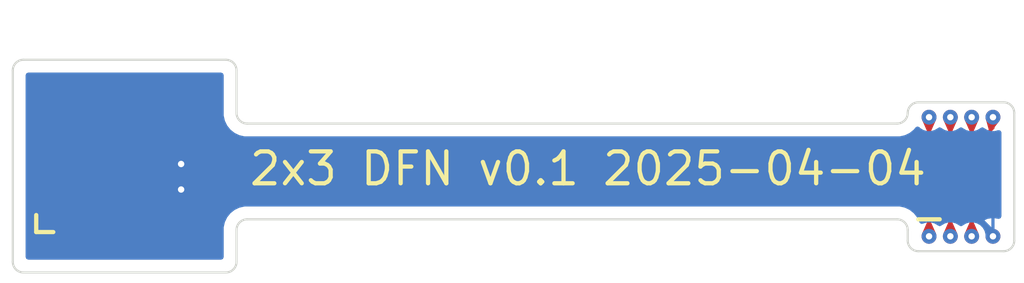
<source format=kicad_pcb>
(kicad_pcb (version 20240108) (generator "pcbnew") (generator_version "8.0")
  (layers (0 "F.Cu" signal) (31 "B.Cu" signal) (34 "B.Paste" user) (35 "F.Paste" user) (36 "B.SilkS" user "B.Silkscreen") (37 "F.SilkS" user "F.Silkscreen") (38 "B.Mask" user) (39 "F.Mask" user) (44 "Edge.Cuts" user))
  (net 0 "")
  (net 1 "/GND")
  (net 4 "/CS_N")
  (net 6 "/DQ0")
  (net 7 "/VCC")
  (net 8 "/DQ3")
  (net 10 "/SCK")
  (net 11 "/DQ2")
  (net 12 "/DQ1")
  (footprint "azonenberg_pcb:DFN_8_0.5MM_2x3MM_TALL_CASTELLATION" (layer "F.Cu") (at 123.75 68.75)
    (property "Reference" "U1" (hide yes))
    (property "Value" "SPI_FLASH_DEVICESIDE" (hide yes))
    (fp_line (start -1 1) (end -0.5 1) (stroke (width 0.1)) (layer "F.SilkS"))
    (pad "1" thru_hole circle (at -0.75 1.4) (size 0.35 0.35) (drill 0.15) (layers "*.Cu" "*.Mask") (net 4 "/CS_N"))
    (pad "2" thru_hole circle (at -0.25 1.4) (size 0.35 0.35) (drill 0.15) (layers "*.Cu" "*.Mask") (net 12 "/DQ1"))
    (pad "3" thru_hole circle (at 0.25 1.4) (size 0.35 0.35) (drill 0.15) (layers "*.Cu" "*.Mask") (net 11 "/DQ2"))
    (pad "4" thru_hole circle (at 0.75 1.4) (size 0.35 0.35) (drill 0.15) (layers "*.Cu" "*.Mask") (net 1 "/GND"))
    (pad "5" thru_hole circle (at 0.75 -1.4) (size 0.35 0.35) (drill 0.15) (layers "*.Cu" "*.Mask") (net 6 "/DQ0"))
    (pad "6" thru_hole circle (at 0.25 -1.4) (size 0.35 0.35) (drill 0.15) (layers "*.Cu" "*.Mask") (net 10 "/SCK"))
    (pad "7" thru_hole circle (at -0.25 -1.4) (size 0.35 0.35) (drill 0.15) (layers "*.Cu" "*.Mask") (net 8 "/DQ3"))
    (pad "8" thru_hole circle (at -0.75 -1.4) (size 0.35 0.35) (drill 0.15) (layers "*.Cu" "*.Mask") (net 7 "/VCC"))
  )
  (footprint "azonenberg_pcb:CONN_AMPHENOL_103P010BB100" (layer "F.Cu") (at 103.75 68.75)
    (property "Reference" "J1" (hide yes))
    (property "Value" "103P010BB1100" (hide yes))
    (fp_line (start -1.7 0.9) (end -1.7 1.3) (stroke (width 0.1)) (layer "F.SilkS"))
    (fp_line (start -1.7 1.3) (end -1.3 1.3) (stroke (width 0.1)) (layer "F.SilkS"))
    (pad "1" smd rect (at -0.7 0.5925) (size 0.18 0.615) (layers "F.Cu" "F.Paste" "F.Mask") (net 4 "/CS_N"))
    (pad "2" smd rect (at -0.35 0.5925) (size 0.18 0.615) (layers "F.Cu" "F.Paste" "F.Mask") (net 12 "/DQ1"))
    (pad "3" smd rect (at 0 0.5925) (size 0.18 0.615) (layers "F.Cu" "F.Paste" "F.Mask") (net 11 "/DQ2"))
    (pad "4" smd rect (at 0.35 0.5925) (size 0.18 0.615) (layers "F.Cu" "F.Paste" "F.Mask"))
    (pad "5" smd rect (at 0.7 0.5925) (size 0.18 0.615) (layers "F.Cu" "F.Paste" "F.Mask"))
    (pad "6" smd rect (at -0.7 -0.5925) (size 0.18 0.615) (layers "F.Cu" "F.Paste" "F.Mask") (net 8 "/DQ3"))
    (pad "7" smd rect (at -0.35 -0.5925) (size 0.18 0.615) (layers "F.Cu" "F.Paste" "F.Mask") (net 10 "/SCK"))
    (pad "8" smd rect (at 0 -0.5925) (size 0.18 0.615) (layers "F.Cu" "F.Paste" "F.Mask") (net 6 "/DQ0"))
    (pad "9" smd rect (at 0.35 -0.5925) (size 0.18 0.615) (layers "F.Cu" "F.Paste" "F.Mask"))
    (pad "10" smd rect (at 0.7 -0.5925) (size 0.18 0.615) (layers "F.Cu" "F.Paste" "F.Mask"))
    (pad "11" smd rect (at -1.29 -0.3) (size 0.52 0.4) (layers "F.Cu" "F.Paste" "F.Mask") (net 7 "/VCC"))
    (pad "12" smd rect (at -1.29 0.3) (size 0.52 0.4) (layers "F.Cu" "F.Paste" "F.Mask") (net 7 "/VCC"))
    (pad "13" smd rect (at 1.29 0.3) (size 0.52 0.4) (layers "F.Cu" "F.Paste" "F.Mask") (net 1 "/GND"))
    (pad "14" smd rect (at 1.29 -0.3) (size 0.52 0.4) (layers "F.Cu" "F.Paste" "F.Mask") (net 1 "/GND"))
  )
  (gr_line (start 122.25 69.75) (end 107 69.75) (stroke (width 0.05)) (layer "Edge.Cuts"))
  (gr_arc (start 124.75 67) (mid 124.926777 67.073223) (end 125 67.25) (stroke (width 0.05)) (layer "Edge.Cuts"))
  (gr_line (start 125 67.25) (end 125 70.25) (stroke (width 0.05)) (layer "Edge.Cuts"))
  (gr_line (start 122.5 70) (end 122.5 70.25) (stroke (width 0.05)) (layer "Edge.Cuts"))
  (gr_arc (start 122.75 70.5) (mid 122.573223 70.426777) (end 122.5 70.25) (stroke (width 0.05)) (layer "Edge.Cuts"))
  (gr_line (start 101.75 66) (end 106.5 66) (stroke (width 0.05)) (layer "Edge.Cuts"))
  (gr_line (start 124.75 70.5) (end 122.75 70.5) (stroke (width 0.05)) (layer "Edge.Cuts"))
  (gr_arc (start 125 70.25) (mid 124.926777 70.426777) (end 124.75 70.5) (stroke (width 0.05)) (layer "Edge.Cuts"))
  (gr_arc (start 101.75 71) (mid 101.573223 70.926777) (end 101.5 70.75) (stroke (width 0.05)) (layer "Edge.Cuts"))
  (gr_arc (start 122.5 67.25) (mid 122.573223 67.073223) (end 122.75 67) (stroke (width 0.05)) (layer "Edge.Cuts"))
  (gr_arc (start 122.25 69.75) (mid 122.426777 69.823223) (end 122.5 70) (stroke (width 0.05)) (layer "Edge.Cuts"))
  (gr_arc (start 122.5 67.25) (mid 122.426777 67.426777) (end 122.25 67.5) (stroke (width 0.05)) (layer "Edge.Cuts"))
  (gr_arc (start 106.5 66) (mid 106.676777 66.073223) (end 106.75 66.25) (stroke (width 0.05)) (layer "Edge.Cuts"))
  (gr_arc (start 106.75 70) (mid 106.823223 69.823223) (end 107 69.75) (stroke (width 0.05)) (layer "Edge.Cuts"))
  (gr_arc (start 107 67.5) (mid 106.823223 67.426777) (end 106.75 67.25) (stroke (width 0.05)) (layer "Edge.Cuts"))
  (gr_line (start 106.5 71) (end 101.75 71) (stroke (width 0.05)) (layer "Edge.Cuts"))
  (gr_line (start 122.75 67) (end 124.75 67) (stroke (width 0.05)) (layer "Edge.Cuts"))
  (gr_line (start 122.25 67.5) (end 107 67.5) (stroke (width 0.05)) (layer "Edge.Cuts"))
  (gr_line (start 106.75 66.25) (end 106.75 67.25) (stroke (width 0.05)) (layer "Edge.Cuts"))
  (gr_arc (start 101.5 66.25) (mid 101.573223 66.073223) (end 101.75 66) (stroke (width 0.05)) (layer "Edge.Cuts"))
  (gr_line (start 101.5 70.75) (end 101.5 66.25) (stroke (width 0.05)) (layer "Edge.Cuts"))
  (gr_line (start 106.75 70) (end 106.75 70.75) (stroke (width 0.05)) (layer "Edge.Cuts"))
  (gr_arc (start 106.75 70.75) (mid 106.676777 70.926777) (end 106.5 71) (stroke (width 0.05)) (layer "Edge.Cuts"))
  (gr_text "2x3 DFN v0.1 2025-04-04" (at 107 69 0) (layer "F.SilkS") (effects (font (size 0.75 0.75) (thickness 0.1)) (justify left bottom)))
  (segment (start 105.04 68.45) (end 105.45 68.45) (width 0.075) (layer "F.Cu") (net 1))
  (segment (start 105.04 69.05) (end 105.45 69.05) (width 0.075) (layer "F.Cu") (net 1))
  (via (at 105.45 69.05) (size 0.35) (drill 0.15) (layers "F.Cu" "B.Cu") (net 1))
  (via (at 105.45 68.45) (size 0.35) (drill 0.15) (layers "F.Cu" "B.Cu") (net 1))
  (segment (start 124.5 70.15) (end 124.5 69.1) (width 0.075) (layer "B.Cu") (net 1))
  (segment (start 105.45 69.05) (end 105.45 68.45) (width 0.075) (layer "B.Cu") (net 1))
  (segment (start 124.5 69.1) (end 124.1 68.7) (width 0.075) (layer "B.Cu") (net 1))
  (segment (start 117.05 68.45) (end 105.45 68.45) (width 0.075) (layer "B.Cu") (net 1))
  (segment (start 124.1 68.7) (end 117.3 68.7) (width 0.075) (layer "B.Cu") (net 1))
  (segment (start 117.3 68.7) (end 117.05 68.45) (width 0.075) (layer "B.Cu") (net 1))
  (segment (start 105.65 70.4) (end 103.45 70.4) (width 0.075) (layer "F.Cu") (net 4))
  (segment (start 103.45 70.4) (end 103.05 70) (width 0.075) (layer "F.Cu") (net 4))
  (segment (start 106.75 69.3) (end 105.65 70.4) (width 0.075) (layer "F.Cu") (net 4))
  (segment (start 123 70.15) (end 123 69.5) (width 0.075) (layer "F.Cu") (net 4))
  (segment (start 103.05 70) (end 103.05 69.3425) (width 0.075) (layer "F.Cu") (net 4))
  (segment (start 122.8 69.3) (end 106.75 69.3) (width 0.075) (layer "F.Cu") (net 4))
  (segment (start 123 69.5) (end 122.8 69.3) (width 0.075) (layer "F.Cu") (net 4))
  (segment (start 105.2 67.55) (end 106.25 68.6) (width 0.075) (layer "F.Cu") (net 6))
  (segment (start 103.85 67.55) (end 105.2 67.55) (width 0.075) (layer "F.Cu") (net 6))
  (segment (start 106.25 68.6) (end 123.497487 68.6) (width 0.075) (layer "F.Cu") (net 6))
  (segment (start 124.5 67.597487) (end 124.5 67.35) (width 0.075) (layer "F.Cu") (net 6))
  (segment (start 103.75 68.1575) (end 103.75 67.65) (width 0.075) (layer "F.Cu") (net 6))
  (segment (start 103.75 67.65) (end 103.85 67.55) (width 0.075) (layer "F.Cu") (net 6))
  (segment (start 123.497487 68.6) (end 124.5 67.597487) (width 0.075) (layer "F.Cu") (net 6))
  (segment (start 123 67.9) (end 122.9 68) (width 0.075) (layer "F.Cu") (net 7))
  (segment (start 122.9 68) (end 106.9 68) (width 0.075) (layer "F.Cu") (net 7))
  (segment (start 106.9 68) (end 105.65 66.75) (width 0.075) (layer "F.Cu") (net 7))
  (segment (start 103 66.75) (end 102.46 67.29) (width 0.075) (layer "F.Cu") (net 7))
  (segment (start 102.46 68.45) (end 102.46 69.05) (width 0.075) (layer "F.Cu") (net 7))
  (segment (start 102.46 67.29) (end 102.46 68.45) (width 0.075) (layer "F.Cu") (net 7))
  (segment (start 105.65 66.75) (end 103 66.75) (width 0.075) (layer "F.Cu") (net 7))
  (segment (start 123 67.35) (end 123 67.9) (width 0.075) (layer "F.Cu") (net 7))
  (segment (start 123.2 68.2) (end 106.65 68.2) (width 0.075) (layer "F.Cu") (net 8))
  (segment (start 106.65 68.2) (end 105.5 67.05) (width 0.075) (layer "F.Cu") (net 8))
  (segment (start 105.5 67.05) (end 103.35 67.05) (width 0.075) (layer "F.Cu") (net 8))
  (segment (start 103.05 67.35) (end 103.05 68.1575) (width 0.075) (layer "F.Cu") (net 8))
  (segment (start 123.5 67.9) (end 123.2 68.2) (width 0.075) (layer "F.Cu") (net 8))
  (segment (start 103.35 67.05) (end 103.05 67.35) (width 0.075) (layer "F.Cu") (net 8))
  (segment (start 123.5 67.35) (end 123.5 67.9) (width 0.075) (layer "F.Cu") (net 8))
  (segment (start 103.3875 68.145) (end 103.4 68.1575) (width 0.075) (layer "F.Cu") (net 10))
  (segment (start 124 67.8) (end 123.4 68.4) (width 0.075) (layer "F.Cu") (net 10))
  (segment (start 106.5125 68.4) (end 105.4 67.2875) (width 0.075) (layer "F.Cu") (net 10))
  (segment (start 123.4 68.4) (end 106.5125 68.4) (width 0.075) (layer "F.Cu") (net 10))
  (segment (start 124 67.35) (end 124 67.8) (width 0.075) (layer "F.Cu") (net 10))
  (segment (start 105.4 67.2875) (end 103.5 67.2875) (width 0.075) (layer "F.Cu") (net 10))
  (segment (start 103.3875 67.4) (end 103.3875 68.145) (width 0.075) (layer "F.Cu") (net 10))
  (segment (start 103.5 67.2875) (end 103.3875 67.4) (width 0.075) (layer "F.Cu") (net 10))
  (segment (start 103.75 69.85) (end 103.75 69.3425) (width 0.075) (layer "F.Cu") (net 11))
  (segment (start 124 70.15) (end 124 69.2) (width 0.075) (layer "F.Cu") (net 11))
  (segment (start 124 69.2) (end 123.7 68.9) (width 0.075) (layer "F.Cu") (net 11))
  (segment (start 106.4 68.9) (end 105.35 69.95) (width 0.075) (layer "F.Cu") (net 11))
  (segment (start 105.35 69.95) (end 103.85 69.95) (width 0.075) (layer "F.Cu") (net 11))
  (segment (start 123.7 68.9) (end 106.4 68.9) (width 0.075) (layer "F.Cu") (net 11))
  (segment (start 103.85 69.95) (end 103.75 69.85) (width 0.075) (layer "F.Cu") (net 11))
  (segment (start 123.4 69.1) (end 106.6 69.1) (width 0.075) (layer "F.Cu") (net 12))
  (segment (start 123.5 69.2) (end 123.4 69.1) (width 0.075) (layer "F.Cu") (net 12))
  (segment (start 123.5 70.15) (end 123.5 69.2) (width 0.075) (layer "F.Cu") (net 12))
  (segment (start 106.6 69.1) (end 105.55 70.15) (width 0.075) (layer "F.Cu") (net 12))
  (segment (start 105.55 70.15) (end 103.65 70.15) (width 0.075) (layer "F.Cu") (net 12))
  (segment (start 103.65 70.15) (end 103.4 69.9) (width 0.075) (layer "F.Cu") (net 12))
  (segment (start 103.4 69.9) (end 103.4 69.3425) (width 0.075) (layer "F.Cu") (net 12))
  (zone (net 1) (net_name "/GND") (layer "B.Cu") (connect_pads (clearance 0.125)) (min_thickness 0.125) (fill yes (thermal_gap 0.25) (thermal_bridge_width 0.25))
    (polygon (pts (xy 101.25 65.75) (xy 101.25 71.25) (xy 125.25 71.25) (xy 125.25 65.75)))
  )
)
</source>
